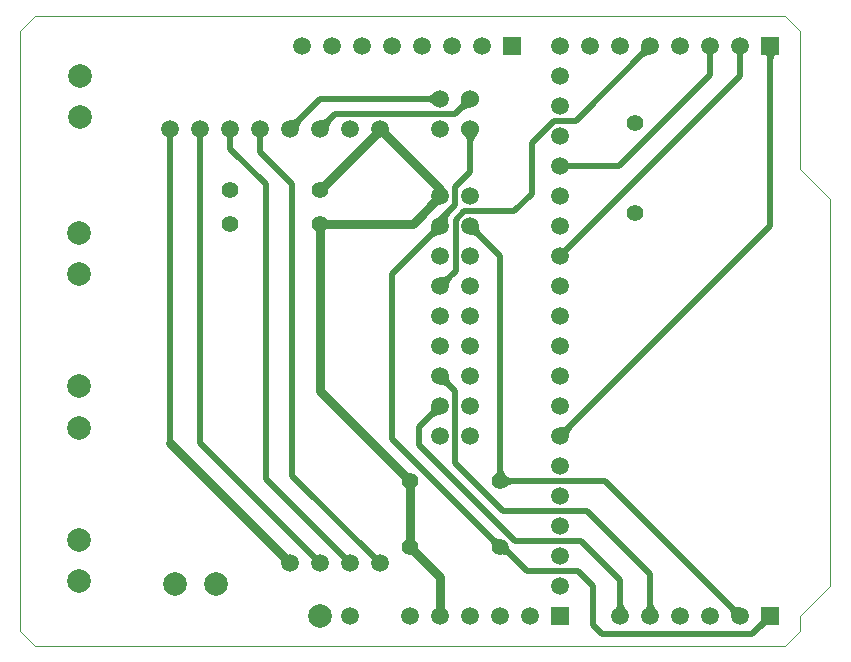
<source format=gtl>
G04*
G04 #@! TF.GenerationSoftware,Altium Limited,Altium Designer,18.0.7 (293)*
G04*
G04 Layer_Physical_Order=1*
G04 Layer_Color=255*
%FSLAX25Y25*%
%MOIN*%
G70*
G01*
G75*
%ADD13C,0.00050*%
%ADD14C,0.00051*%
%ADD20C,0.03000*%
%ADD21C,0.02000*%
%ADD22C,0.05906*%
%ADD23C,0.06000*%
%ADD24R,0.05906X0.05906*%
%ADD25C,0.05512*%
%ADD26C,0.07874*%
G36*
X142960Y89677D02*
X142987Y89393D01*
X143034Y89120D01*
X143101Y88857D01*
X143188Y88603D01*
X143295Y88360D01*
X143422Y88127D01*
X143570Y87905D01*
X143737Y87692D01*
X143924Y87490D01*
X142510Y86076D01*
X142308Y86263D01*
X142095Y86430D01*
X141873Y86577D01*
X141640Y86705D01*
X141397Y86812D01*
X141144Y86899D01*
X140880Y86966D01*
X140607Y87013D01*
X140323Y87040D01*
X140030Y87047D01*
X142953Y89970D01*
X142960Y89677D01*
D02*
G37*
G36*
X139971Y77047D02*
X139677Y77040D01*
X139393Y77013D01*
X139120Y76966D01*
X138856Y76899D01*
X138603Y76812D01*
X138360Y76705D01*
X138128Y76578D01*
X137905Y76430D01*
X137692Y76263D01*
X137490Y76076D01*
X136076Y77490D01*
X136263Y77692D01*
X136430Y77905D01*
X136577Y78127D01*
X136705Y78360D01*
X136812Y78603D01*
X136899Y78856D01*
X136966Y79120D01*
X137013Y79393D01*
X137040Y79677D01*
X137047Y79971D01*
X139971Y77047D01*
D02*
G37*
G36*
X183924Y72510D02*
X183737Y72308D01*
X183570Y72095D01*
X183423Y71873D01*
X183295Y71640D01*
X183188Y71397D01*
X183101Y71144D01*
X183034Y70880D01*
X182987Y70607D01*
X182960Y70323D01*
X182953Y70029D01*
X180029Y72953D01*
X180323Y72960D01*
X180607Y72987D01*
X180880Y73034D01*
X181143Y73101D01*
X181397Y73188D01*
X181640Y73295D01*
X181872Y73422D01*
X182095Y73570D01*
X182308Y73737D01*
X182510Y73924D01*
X183924Y72510D01*
D02*
G37*
G36*
X161009Y58957D02*
X161037Y58702D01*
X161084Y58455D01*
X161149Y58217D01*
X161232Y57987D01*
X161335Y57766D01*
X161455Y57553D01*
X161595Y57350D01*
X161753Y57155D01*
X161929Y56968D01*
X158071D01*
X158247Y57155D01*
X158405Y57350D01*
X158545Y57553D01*
X158666Y57766D01*
X158768Y57987D01*
X158851Y58217D01*
X158916Y58455D01*
X158963Y58702D01*
X158991Y58957D01*
X159000Y59222D01*
X161000D01*
X161009Y58957D01*
D02*
G37*
G36*
X162155Y56753D02*
X162350Y56595D01*
X162553Y56455D01*
X162766Y56335D01*
X162987Y56232D01*
X163216Y56149D01*
X163455Y56084D01*
X163702Y56037D01*
X163957Y56009D01*
X164222Y56000D01*
Y54000D01*
X163957Y53991D01*
X163702Y53963D01*
X163455Y53916D01*
X163216Y53851D01*
X162987Y53768D01*
X162766Y53666D01*
X162553Y53545D01*
X162350Y53405D01*
X162155Y53247D01*
X161968Y53071D01*
Y56929D01*
X162155Y56753D01*
D02*
G37*
G36*
X157915Y36512D02*
X158116Y36351D01*
X158323Y36209D01*
X158538Y36087D01*
X158759Y35983D01*
X158988Y35899D01*
X159223Y35835D01*
X159466Y35789D01*
X159716Y35763D01*
X159972Y35756D01*
X157244Y33028D01*
X157237Y33284D01*
X157211Y33534D01*
X157165Y33777D01*
X157101Y34012D01*
X157017Y34241D01*
X156913Y34462D01*
X156791Y34677D01*
X156649Y34884D01*
X156488Y35085D01*
X156308Y35278D01*
X157722Y36692D01*
X157915Y36512D01*
D02*
G37*
G36*
X162741Y33432D02*
X162916Y32957D01*
X163022Y32729D01*
X163140Y32509D01*
X163269Y32295D01*
X163410Y32088D01*
X163564Y31888D01*
X163729Y31694D01*
X163906Y31508D01*
X162900Y29686D01*
X162701Y29870D01*
X162498Y30027D01*
X162292Y30158D01*
X162081Y30264D01*
X161866Y30342D01*
X161648Y30395D01*
X161425Y30422D01*
X161199Y30422D01*
X160968Y30396D01*
X160734Y30344D01*
X162671Y33680D01*
X162741Y33432D01*
D02*
G37*
G36*
X211011Y14274D02*
X211043Y14006D01*
X211096Y13744D01*
X211171Y13489D01*
X211267Y13242D01*
X211384Y13001D01*
X211523Y12768D01*
X211683Y12541D01*
X211864Y12321D01*
X212067Y12109D01*
X207933D01*
X208136Y12321D01*
X208317Y12541D01*
X208477Y12768D01*
X208616Y13001D01*
X208733Y13242D01*
X208829Y13489D01*
X208904Y13744D01*
X208957Y14006D01*
X208989Y14274D01*
X209000Y14550D01*
X211000D01*
X211011Y14274D01*
D02*
G37*
G36*
X201011D02*
X201043Y14006D01*
X201096Y13744D01*
X201171Y13489D01*
X201267Y13242D01*
X201384Y13001D01*
X201523Y12768D01*
X201683Y12541D01*
X201864Y12321D01*
X202067Y12109D01*
X197933D01*
X198136Y12321D01*
X198317Y12541D01*
X198477Y12768D01*
X198616Y13001D01*
X198733Y13242D01*
X198829Y13489D01*
X198904Y13744D01*
X198957Y14006D01*
X198989Y14274D01*
X199000Y14550D01*
X201000D01*
X201011Y14274D01*
D02*
G37*
G36*
X237692Y13737D02*
X237905Y13570D01*
X238127Y13422D01*
X238360Y13295D01*
X238603Y13188D01*
X238857Y13101D01*
X239120Y13034D01*
X239393Y12987D01*
X239677Y12960D01*
X239970Y12953D01*
X237047Y10029D01*
X237040Y10323D01*
X237013Y10607D01*
X236966Y10880D01*
X236899Y11144D01*
X236812Y11397D01*
X236705Y11640D01*
X236578Y11873D01*
X236430Y12095D01*
X236263Y12308D01*
X236076Y12510D01*
X237490Y13924D01*
X237692Y13737D01*
D02*
G37*
G36*
X249888Y7059D02*
X249732Y7172D01*
X249548Y7229D01*
X249336D01*
X249096Y7172D01*
X248827Y7059D01*
X248530Y6889D01*
X248205Y6663D01*
X247851Y6380D01*
X247059Y5645D01*
X245645Y7059D01*
X246041Y7469D01*
X246663Y8205D01*
X246889Y8530D01*
X247059Y8827D01*
X247172Y9096D01*
X247229Y9336D01*
Y9548D01*
X247172Y9732D01*
X247059Y9888D01*
X249888Y7059D01*
D02*
G37*
G36*
X143924Y122510D02*
X143737Y122308D01*
X143570Y122095D01*
X143422Y121872D01*
X143295Y121640D01*
X143188Y121397D01*
X143101Y121143D01*
X143034Y120880D01*
X142987Y120607D01*
X142960Y120323D01*
X142953Y120029D01*
X140030Y122953D01*
X140323Y122960D01*
X140607Y122987D01*
X140880Y123034D01*
X141144Y123101D01*
X141397Y123188D01*
X141640Y123295D01*
X141873Y123423D01*
X142095Y123570D01*
X142308Y123737D01*
X142510Y123924D01*
X143924Y122510D01*
D02*
G37*
G36*
X136076Y137490D02*
X136263Y137692D01*
X136430Y137905D01*
X136577Y138128D01*
X136705Y138360D01*
X136812Y138603D01*
X136899Y138856D01*
X136966Y139120D01*
X137013Y139393D01*
X137040Y139677D01*
X137047Y139971D01*
X139971Y137047D01*
X139677Y137040D01*
X139393Y137013D01*
X139120Y136966D01*
X138856Y136899D01*
X138603Y136812D01*
X138360Y136705D01*
X138128Y136577D01*
X137905Y136430D01*
X137692Y136263D01*
X137490Y136076D01*
X136076Y137490D01*
D02*
G37*
G36*
X143089Y143565D02*
X142893Y143352D01*
X142730Y143137D01*
X142601Y142920D01*
X142504Y142702D01*
X142441Y142483D01*
X142410Y142262D01*
X142413Y142039D01*
X142449Y141815D01*
X142518Y141590D01*
X142620Y141363D01*
X138756Y142678D01*
X138985Y142789D01*
X139432Y143038D01*
X139649Y143176D01*
X140074Y143476D01*
X140280Y143640D01*
X140878Y144182D01*
X143089Y143565D01*
D02*
G37*
G36*
X93924Y175010D02*
X93737Y174808D01*
X93570Y174595D01*
X93423Y174372D01*
X93295Y174140D01*
X93188Y173897D01*
X93101Y173644D01*
X93034Y173380D01*
X92987Y173107D01*
X92960Y172823D01*
X92953Y172529D01*
X90030Y175453D01*
X90323Y175460D01*
X90607Y175487D01*
X90880Y175534D01*
X91144Y175601D01*
X91397Y175688D01*
X91640Y175795D01*
X91873Y175923D01*
X92095Y176070D01*
X92308Y176237D01*
X92510Y176424D01*
X93924Y175010D01*
D02*
G37*
G36*
X103924D02*
X103737Y174808D01*
X103570Y174595D01*
X103422Y174372D01*
X103295Y174140D01*
X103188Y173897D01*
X103101Y173644D01*
X103034Y173380D01*
X102987Y173107D01*
X102960Y172823D01*
X102953Y172529D01*
X100030Y175453D01*
X100323Y175460D01*
X100607Y175487D01*
X100880Y175534D01*
X101144Y175601D01*
X101397Y175688D01*
X101640Y175795D01*
X101873Y175923D01*
X102095Y176070D01*
X102308Y176237D01*
X102510Y176424D01*
X103924Y175010D01*
D02*
G37*
G36*
X135450Y183441D02*
X135726Y183452D01*
X135994Y183484D01*
X136256Y183537D01*
X136511Y183612D01*
X136758Y183708D01*
X136999Y183825D01*
X137232Y183964D01*
X137459Y184124D01*
X137679Y184305D01*
X137891Y184508D01*
Y180374D01*
X137679Y180577D01*
X137459Y180758D01*
X137232Y180918D01*
X136999Y181057D01*
X136758Y181174D01*
X136511Y181270D01*
X136256Y181345D01*
X135994Y181398D01*
X135726Y181430D01*
X135450Y181441D01*
Y183441D01*
D02*
G37*
G36*
X152510Y136076D02*
X152308Y136263D01*
X152095Y136430D01*
X151873Y136577D01*
X151640Y136705D01*
X151397Y136812D01*
X151144Y136899D01*
X150880Y136966D01*
X150607Y137013D01*
X150323Y137040D01*
X150030Y137047D01*
X152953Y139971D01*
X152960Y139677D01*
X152987Y139393D01*
X153034Y139120D01*
X153101Y138856D01*
X153188Y138603D01*
X153295Y138360D01*
X153422Y138128D01*
X153570Y137905D01*
X153737Y137692D01*
X153924Y137490D01*
X152510Y136076D01*
D02*
G37*
G36*
X149000Y167813D02*
X148989Y168091D01*
X148956Y168362D01*
X148901Y168628D01*
X148824Y168886D01*
X148725Y169138D01*
X148604Y169383D01*
X148461Y169622D01*
X148296Y169854D01*
X148109Y170080D01*
X147900Y170299D01*
X152100D01*
X151891Y170080D01*
X151704Y169854D01*
X151539Y169622D01*
X151396Y169383D01*
X151275Y169138D01*
X151176Y168886D01*
X151099Y168628D01*
X151044Y168362D01*
X151011Y168091D01*
X151000Y167813D01*
X149000D01*
D02*
G37*
G36*
X146020Y179875D02*
X146209Y180080D01*
X146378Y180295D01*
X146526Y180522D01*
X146655Y180759D01*
X146763Y181007D01*
X146851Y181266D01*
X146918Y181536D01*
X146966Y181817D01*
X146993Y182108D01*
X147000Y182411D01*
X149970Y179441D01*
X149667Y179434D01*
X149376Y179407D01*
X149095Y179359D01*
X148825Y179292D01*
X148566Y179204D01*
X148318Y179096D01*
X148081Y178967D01*
X147854Y178819D01*
X147639Y178650D01*
X147434Y178461D01*
X146020Y179875D01*
D02*
G37*
G36*
X206076Y197490D02*
X206263Y197692D01*
X206430Y197905D01*
X206577Y198127D01*
X206705Y198360D01*
X206812Y198603D01*
X206899Y198856D01*
X206966Y199120D01*
X207013Y199393D01*
X207040Y199677D01*
X207047Y199970D01*
X209970Y197047D01*
X209677Y197040D01*
X209393Y197013D01*
X209120Y196966D01*
X208857Y196899D01*
X208603Y196812D01*
X208360Y196705D01*
X208127Y196578D01*
X207905Y196430D01*
X207692Y196263D01*
X207490Y196076D01*
X206076Y197490D01*
D02*
G37*
G36*
X249000Y195059D02*
X248990Y195439D01*
X248960Y195779D01*
X248910Y196079D01*
X248840Y196339D01*
X248750Y196559D01*
X248640Y196739D01*
X248510Y196879D01*
X248360Y196979D01*
X248190Y197039D01*
X248000Y197059D01*
X252000D01*
X251810Y197039D01*
X251640Y196979D01*
X251490Y196879D01*
X251360Y196739D01*
X251250Y196559D01*
X251160Y196339D01*
X251090Y196079D01*
X251040Y195779D01*
X251010Y195439D01*
X251000Y195059D01*
X249000D01*
D02*
G37*
D13*
X270013Y20005D02*
G03*
X270013Y20005I-13J0D01*
G01*
Y20000D02*
G03*
X270013Y20000I-13J0D01*
G01*
D02*
G03*
X270013Y20000I-13J0D01*
G01*
X260013Y10000D02*
G03*
X260013Y10000I-13J0D01*
G01*
X270013Y149000D02*
G03*
X270013Y149000I-13J0D01*
G01*
Y20005D02*
G03*
X270013Y20005I-13J0D01*
G01*
Y149000D02*
G03*
X270013Y149000I-13J0D01*
G01*
X260013Y159000D02*
G03*
X260013Y159000I-13J0D01*
G01*
X255013Y0D02*
G03*
X255013Y0I-13J0D01*
G01*
X5013D02*
G03*
X5013Y0I-13J0D01*
G01*
X260013Y5000D02*
G03*
X260013Y5000I-13J0D01*
G01*
X255013Y0D02*
G03*
X255013Y0I-13J0D01*
G01*
X260013Y10000D02*
G03*
X260013Y10000I-13J0D01*
G01*
Y5000D02*
G03*
X260013Y5000I-13J0D01*
G01*
Y205000D02*
G03*
X260013Y205000I-13J0D01*
G01*
Y159000D02*
G03*
X260013Y159000I-13J0D01*
G01*
X260013Y205000D02*
G03*
X260013Y205000I-13J0D01*
G01*
X255023Y209990D02*
G03*
X255023Y209990I-13J0D01*
G01*
X18Y205005D02*
G03*
X18Y205005I-13J0D01*
G01*
X18Y4995D02*
G03*
X18Y4995I-13J0D01*
G01*
X5003Y209990D02*
G03*
X5003Y209990I-13J0D01*
G01*
X18Y205005D02*
G03*
X18Y205005I-13J0D01*
G01*
X255013Y209990D02*
G03*
X255013Y209990I-13J0D01*
G01*
X5003D02*
G03*
X5003Y209990I-13J0D01*
G01*
X5013Y0D02*
G03*
X5013Y0I-13J0D01*
G01*
X18Y4995D02*
G03*
X18Y4995I-13J0D01*
G01*
X270000Y20000D02*
Y20005D01*
X260000Y10000D02*
X270000Y20000D01*
Y20005D02*
Y149000D01*
X260000Y159000D02*
X270000Y149000D01*
X5000Y0D02*
X255000D01*
X260000Y5000D01*
Y10000D01*
Y159000D02*
Y205000D01*
X255010Y209990D02*
X260000Y205000D01*
X5Y4995D02*
X5Y205005D01*
X4990Y209990D01*
X255000D01*
X5Y4995D02*
X5000Y0D01*
D14*
X270000Y20000D02*
Y20005D01*
D20*
X100039Y84961D02*
Y140787D01*
Y84961D02*
X130000Y55000D01*
X130787Y140787D02*
X140000Y150000D01*
X100039Y140787D02*
X130787D01*
X120000Y172087D02*
Y172500D01*
X100039Y152126D02*
X120000Y172087D01*
X50000Y67559D02*
X90000Y27559D01*
X140000Y150000D02*
Y152500D01*
X120000Y172500D02*
X140000Y152500D01*
X130000Y33000D02*
Y55000D01*
Y33000D02*
X140000Y23000D01*
Y10000D02*
Y23000D01*
D21*
X80000Y164724D02*
X90709Y154016D01*
Y56850D02*
Y154016D01*
Y56850D02*
X120000Y27559D01*
X80000Y164724D02*
Y172500D01*
X81732Y55827D02*
X110000Y27559D01*
X81732Y55827D02*
Y154016D01*
X70000Y165748D02*
X81732Y154016D01*
X70000Y165748D02*
Y172500D01*
X60000Y67559D02*
Y172500D01*
X50000Y67559D02*
Y172500D01*
X100000D02*
X100157Y172343D01*
X60000Y67559D02*
X100000Y27559D01*
X240000Y190000D02*
Y200000D01*
X180000Y130000D02*
X240000Y190000D01*
X230000Y190315D02*
Y200000D01*
X199685Y160000D02*
X230000Y190315D01*
X180000Y160000D02*
X199685D01*
X140000Y141890D02*
X145039Y146929D01*
X124000Y124000D02*
X140000Y140000D01*
X124000Y69000D02*
Y124000D01*
X161000Y45000D02*
X189000D01*
X145000Y61000D02*
X161000Y45000D01*
X189000D02*
X210000Y24000D01*
X145012Y177453D02*
X150000Y182441D01*
X104953Y177453D02*
X145012D01*
X100000Y172500D02*
X104953Y177453D01*
X90000Y172500D02*
X99941Y182441D01*
X140000D01*
Y140000D02*
Y141890D01*
X145039Y146929D02*
Y153071D01*
X150000Y158031D01*
Y172441D01*
X185047Y175047D02*
X210000Y200000D01*
X178043Y175047D02*
X185047D01*
X170551Y167555D02*
X178043Y175047D01*
X170551Y150866D02*
Y167555D01*
X164638Y144953D02*
X170551Y150866D01*
X147949Y144953D02*
X164638D01*
X145047Y142051D02*
X147949Y144953D01*
X145047Y125047D02*
Y142051D01*
X140000Y120000D02*
X145047Y125047D01*
X160000Y55000D02*
X195000D01*
X240000Y10000D01*
X165000Y35000D02*
X187000D01*
X133000Y67000D02*
X165000Y35000D01*
X133000Y67000D02*
Y73000D01*
X169000Y25000D02*
X186000D01*
X161000Y33000D02*
X169000Y25000D01*
X160000Y33000D02*
X161000D01*
X200000Y10000D02*
Y22000D01*
X187000Y35000D02*
X200000Y22000D01*
X133000Y73000D02*
X140000Y80000D01*
X124000Y69000D02*
X160000Y33000D01*
X210000Y10000D02*
Y24000D01*
X145000Y61000D02*
Y85000D01*
X140000Y90000D02*
X145000Y85000D01*
X244000Y4000D02*
X250000Y10000D01*
X194000Y4000D02*
X244000D01*
X191000Y7000D02*
X194000Y4000D01*
X191000Y7000D02*
Y20000D01*
X186000Y25000D02*
X191000Y20000D01*
X160000Y55000D02*
Y130000D01*
X150000Y140000D02*
X160000Y130000D01*
X250000Y140000D02*
Y200000D01*
X180000Y70000D02*
X250000Y140000D01*
D22*
X50000Y172500D02*
D03*
X60000D02*
D03*
X70000D02*
D03*
X80000D02*
D03*
X90000D02*
D03*
X100000D02*
D03*
X110000D02*
D03*
X120000D02*
D03*
X140000Y70000D02*
D03*
X150000D02*
D03*
X140000Y80000D02*
D03*
X150000D02*
D03*
Y90000D02*
D03*
X140000D02*
D03*
Y100000D02*
D03*
X150000D02*
D03*
X140000Y110000D02*
D03*
X150000D02*
D03*
Y120000D02*
D03*
X140000D02*
D03*
Y130000D02*
D03*
Y140000D02*
D03*
X150000Y150000D02*
D03*
X140000D02*
D03*
X150000Y130000D02*
D03*
Y140000D02*
D03*
X140000Y182441D02*
D03*
Y172441D02*
D03*
X180000Y190000D02*
D03*
Y180000D02*
D03*
Y170000D02*
D03*
Y160000D02*
D03*
Y150000D02*
D03*
Y140000D02*
D03*
Y130000D02*
D03*
Y120000D02*
D03*
Y110000D02*
D03*
Y100000D02*
D03*
Y90000D02*
D03*
Y80000D02*
D03*
Y70000D02*
D03*
Y60000D02*
D03*
Y50000D02*
D03*
Y40000D02*
D03*
Y30000D02*
D03*
Y20000D02*
D03*
X114000Y200000D02*
D03*
X124000D02*
D03*
X134000D02*
D03*
X144000D02*
D03*
X154000D02*
D03*
X180000D02*
D03*
X190000D02*
D03*
X200000D02*
D03*
X210000D02*
D03*
X220000D02*
D03*
X230000D02*
D03*
X240000D02*
D03*
Y10000D02*
D03*
X230000D02*
D03*
X220000D02*
D03*
X210000D02*
D03*
X200000D02*
D03*
X170000D02*
D03*
X160000D02*
D03*
X150000D02*
D03*
X140000D02*
D03*
X130000D02*
D03*
X104000Y200000D02*
D03*
X94000D02*
D03*
X90000Y27559D02*
D03*
X100000D02*
D03*
X110000D02*
D03*
X120000D02*
D03*
X110000Y10000D02*
D03*
D23*
X150000Y172441D02*
D03*
Y182441D02*
D03*
D24*
X164000Y200000D02*
D03*
X250000D02*
D03*
Y10000D02*
D03*
X180000D02*
D03*
D25*
X130000Y33000D02*
D03*
X160000D02*
D03*
X130000Y55000D02*
D03*
X160000D02*
D03*
X204724Y144449D02*
D03*
Y174449D02*
D03*
X100039Y152126D02*
D03*
X70039D02*
D03*
X100039Y140787D02*
D03*
X70039D02*
D03*
D26*
X100000Y10000D02*
D03*
X51400Y20800D02*
D03*
X65180D02*
D03*
X19685Y35433D02*
D03*
Y21654D02*
D03*
Y86614D02*
D03*
Y72835D02*
D03*
Y137795D02*
D03*
Y124016D02*
D03*
X20000Y190000D02*
D03*
Y176221D02*
D03*
M02*

</source>
